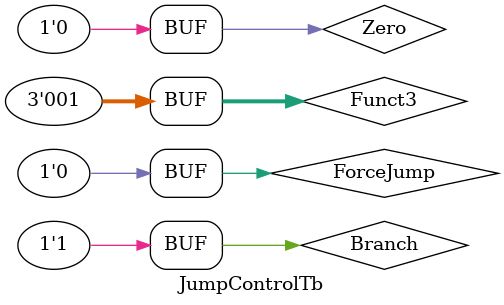
<source format=v>
`timescale 1ns / 1ps


module JumpControlTb;

	// Inputs
	reg [2:0] Funct3;
	reg ForceJump;
	reg Branch;
	reg Zero;
	// Outputs
	wire BranchMux;
	// Instantiate the Unit Under Test (UUT)
	JumpControl uut (
		.Funct3(Funct3), 
		.ForceJump(ForceJump), 
		.Branch(Branch), 
		.Zero(Zero), 
		.BranchMux(BranchMux)
	);
	initial 
		begin
			// Initialize Inputs
			Funct3 = 0;
			ForceJump = 0;
			Branch = 0;
			Zero = 0;
			// Wait 100 ns for global reset to finish
			#100;     
			// Add stimulus here
			// ForceJump = 0 y Branch = 0
			Funct3 = 3'b111;
			ForceJump = 1'b0;
			Branch = 1'b0;
			Zero = 1'b1;
			#10
			// ForceJump = 1 y Branch = 0
			Funct3 = 3'b000;
			ForceJump = 1'b1;
			Branch = 1'b0;
			Zero = 1'b1;
			#10
			// ForceJump = 0 y Branch = 1 y se cumple condicional
			Funct3 = 3'b000;
			ForceJump = 1'b0;
			Branch = 1'b1;
			Zero = 1'b1;
			#10
			// ForceJump = 0 y Branch = 1 y no se cumple condicional
			Funct3 = 3'b000;
			ForceJump = 1'b0;
			Branch = 1'b1;
			Zero = 1'b0;
			#10
			// ForceJump = 0 y Branch = 1
			Funct3 = 3'b001;
			ForceJump = 1'b0;
			Branch = 1'b1;
			Zero = 1'b0;
		end
endmodule


</source>
